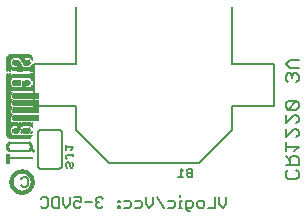
<source format=gbr>
G04 EAGLE Gerber RS-274X export*
G75*
%MOMM*%
%FSLAX34Y34*%
%LPD*%
%INSilkscreen Bottom*%
%IPPOS*%
%AMOC8*
5,1,8,0,0,1.08239X$1,22.5*%
G01*
%ADD10C,0.177800*%
%ADD11C,0.127000*%
%ADD12C,0.203200*%
%ADD13C,0.152400*%
%ADD14C,0.304800*%
%ADD15R,0.022863X0.462278*%
%ADD16R,0.022863X0.462281*%
%ADD17R,0.022863X0.436881*%
%ADD18R,0.023113X0.462278*%
%ADD19R,0.023113X0.462281*%
%ADD20R,0.023113X0.436881*%
%ADD21R,0.023116X0.462278*%
%ADD22R,0.023116X0.462281*%
%ADD23R,0.023116X0.436881*%
%ADD24R,0.023113X0.022863*%
%ADD25R,0.023116X0.091441*%
%ADD26R,0.023113X0.139700*%
%ADD27R,0.023116X0.185419*%
%ADD28R,0.023113X0.254000*%
%ADD29R,0.023113X0.299719*%
%ADD30R,0.023116X0.345438*%
%ADD31R,0.023113X0.391159*%
%ADD32R,0.023116X0.393700*%
%ADD33R,0.022863X0.325119*%
%ADD34R,0.022863X0.599438*%
%ADD35R,0.022863X0.622300*%
%ADD36R,0.022863X0.530859*%
%ADD37R,0.022863X0.439422*%
%ADD38R,0.022863X0.231138*%
%ADD39R,0.022863X0.071119*%
%ADD40R,0.022863X0.533400*%
%ADD41R,0.022863X0.208281*%
%ADD42R,0.023113X0.345441*%
%ADD43R,0.023113X0.576578*%
%ADD44R,0.023113X0.599438*%
%ADD45R,0.023113X0.508000*%
%ADD46R,0.023113X0.416563*%
%ADD47R,0.023113X0.208278*%
%ADD48R,0.023113X0.553722*%
%ADD49R,0.023113X0.208281*%
%ADD50R,0.023116X0.345441*%
%ADD51R,0.023116X0.530859*%
%ADD52R,0.023116X0.370841*%
%ADD53R,0.023116X0.162559*%
%ADD54R,0.023116X0.576581*%
%ADD55R,0.023116X0.208281*%
%ADD56R,0.023113X0.322578*%
%ADD57R,0.023113X0.485137*%
%ADD58R,0.023113X0.416559*%
%ADD59R,0.023113X0.347981*%
%ADD60R,0.023113X0.116838*%
%ADD61R,0.023113X0.647700*%
%ADD62R,0.023116X0.322581*%
%ADD63R,0.023116X0.485137*%
%ADD64R,0.023116X0.093978*%
%ADD65R,0.023116X0.231141*%
%ADD66R,0.023116X0.693419*%
%ADD67R,0.023113X0.322581*%
%ADD68R,0.023113X0.439419*%
%ADD69R,0.023113X0.370841*%
%ADD70R,0.023113X0.299722*%
%ADD71R,0.023113X0.045719*%
%ADD72R,0.023113X0.739138*%
%ADD73R,0.023113X0.414019*%
%ADD74R,0.023113X0.347978*%
%ADD75R,0.023113X0.762000*%
%ADD76R,0.023116X0.414019*%
%ADD77R,0.023116X0.182881*%
%ADD78R,0.023116X0.347978*%
%ADD79R,0.023116X0.276863*%
%ADD80R,0.023116X0.116841*%
%ADD81R,0.023116X0.276859*%
%ADD82R,0.023116X0.784863*%
%ADD83R,0.023113X0.325119*%
%ADD84R,0.023113X0.276863*%
%ADD85R,0.023113X0.276859*%
%ADD86R,0.023116X0.325119*%
%ADD87R,0.023116X0.391159*%
%ADD88R,0.023116X0.302259*%
%ADD89R,0.023116X0.254000*%
%ADD90R,0.023113X0.302259*%
%ADD91R,0.023113X0.393700*%
%ADD92R,0.023113X0.231141*%
%ADD93R,0.022863X0.302259*%
%ADD94R,0.022863X0.439419*%
%ADD95R,0.022863X0.368300*%
%ADD96R,0.022863X0.391159*%
%ADD97R,0.022863X0.416559*%
%ADD98R,0.022863X0.276863*%
%ADD99R,0.022863X0.205741*%
%ADD100R,0.023113X0.368300*%
%ADD101R,0.023113X0.205741*%
%ADD102R,0.023116X0.368300*%
%ADD103R,0.023116X0.205741*%
%ADD104R,0.023113X0.182881*%
%ADD105R,0.022863X0.276859*%
%ADD106R,0.022863X0.182881*%
%ADD107R,0.023113X0.924559*%
%ADD108R,0.023116X0.924559*%
%ADD109R,0.023113X0.901700*%
%ADD110R,0.023116X0.901700*%
%ADD111R,0.023113X0.878841*%
%ADD112R,0.023116X0.855981*%
%ADD113R,0.023113X0.833119*%
%ADD114R,0.022863X0.787400*%
%ADD115R,0.022863X0.414019*%
%ADD116R,0.022863X0.924559*%
%ADD117R,0.023113X0.739141*%
%ADD118R,0.023116X0.716281*%
%ADD119R,0.023116X0.299722*%
%ADD120R,0.023113X0.670559*%
%ADD121R,0.023116X0.647700*%
%ADD122R,0.023116X0.508000*%
%ADD123R,0.023116X0.299719*%
%ADD124R,0.023113X0.601981*%
%ADD125R,0.023113X0.530859*%
%ADD126R,0.023113X0.231138*%
%ADD127R,0.023113X0.556259*%
%ADD128R,0.023113X0.185419*%
%ADD129R,0.023116X0.533400*%
%ADD130R,0.023116X0.599438*%
%ADD131R,0.023116X0.416563*%
%ADD132R,0.023116X0.116838*%
%ADD133R,0.023113X0.485141*%
%ADD134R,0.023113X0.645159*%
%ADD135R,0.023113X0.716278*%
%ADD136R,0.022863X0.393700*%
%ADD137R,0.022863X0.762000*%
%ADD138R,0.022863X0.624841*%
%ADD139R,0.023113X0.784859*%
%ADD140R,0.023113X0.693422*%
%ADD141R,0.023116X0.830578*%
%ADD142R,0.023116X0.739141*%
%ADD143R,0.023113X0.876300*%
%ADD144R,0.023113X0.807722*%
%ADD145R,0.023116X0.899159*%
%ADD146R,0.023116X0.878841*%
%ADD147R,0.023113X0.922019*%
%ADD148R,0.023113X0.947419*%
%ADD149R,0.023116X0.970278*%
%ADD150R,0.023113X0.970278*%
%ADD151R,0.023116X0.439419*%
%ADD152R,0.022863X0.299722*%
%ADD153R,0.023116X0.416559*%
%ADD154R,0.023116X0.347981*%
%ADD155R,0.023113X0.137159*%
%ADD156R,0.023113X0.093978*%
%ADD157R,0.023113X0.091441*%
%ADD158R,0.023113X0.093981*%
%ADD159R,0.023113X0.114300*%
%ADD160R,0.023116X0.045719*%
%ADD161R,0.023116X0.045722*%
%ADD162R,0.023113X0.071119*%
%ADD163R,0.023113X0.116841*%
%ADD164R,0.023116X0.139700*%
%ADD165R,0.022863X0.322581*%
%ADD166R,0.022863X0.345441*%
%ADD167R,0.022863X0.162559*%
%ADD168R,0.022863X0.576581*%
%ADD169R,0.023113X0.668019*%
%ADD170R,0.023113X0.533400*%
%ADD171R,0.023116X1.455419*%
%ADD172R,0.023116X5.519419*%
%ADD173R,0.023113X1.455419*%
%ADD174R,0.023113X5.519419*%
%ADD175R,0.023116X5.494019*%
%ADD176R,0.023113X1.430019*%
%ADD177R,0.023113X5.494019*%
%ADD178R,0.023116X1.430019*%
%ADD179R,0.023116X5.471159*%
%ADD180R,0.023116X0.762000*%
%ADD181R,0.023113X1.407159*%
%ADD182R,0.023113X5.471159*%
%ADD183R,0.022863X1.384300*%
%ADD184R,0.022863X5.448300*%
%ADD185R,0.022863X0.716278*%
%ADD186R,0.022863X0.878841*%
%ADD187R,0.023113X1.361438*%
%ADD188R,0.023113X5.425438*%
%ADD189R,0.023116X1.338578*%
%ADD190R,0.023116X5.402578*%
%ADD191R,0.023116X0.624841*%
%ADD192R,0.023113X1.292859*%
%ADD193R,0.023113X5.356859*%
%ADD194R,0.023116X1.224278*%
%ADD195R,0.023116X5.288278*%


D10*
X247488Y35564D02*
X249310Y33742D01*
X249310Y30098D01*
X247488Y28276D01*
X240201Y28276D01*
X238379Y30098D01*
X238379Y33742D01*
X240201Y35564D01*
X238379Y39970D02*
X249310Y39970D01*
X249310Y45436D01*
X247488Y47258D01*
X243845Y47258D01*
X242023Y45436D01*
X242023Y39970D01*
X242023Y43614D02*
X238379Y47258D01*
X245667Y51664D02*
X249310Y55308D01*
X238379Y55308D01*
X238379Y51664D02*
X238379Y58952D01*
X238379Y63358D02*
X238379Y70645D01*
X238379Y63358D02*
X245667Y70645D01*
X247488Y70645D01*
X249310Y68824D01*
X249310Y65180D01*
X247488Y63358D01*
X238379Y75052D02*
X238379Y82339D01*
X238379Y75052D02*
X245667Y82339D01*
X247488Y82339D01*
X249310Y80518D01*
X249310Y76874D01*
X247488Y75052D01*
X247488Y86746D02*
X240201Y86746D01*
X247488Y86746D02*
X249310Y88568D01*
X249310Y92212D01*
X247488Y94033D01*
X240201Y94033D01*
X238379Y92212D01*
X238379Y88568D01*
X240201Y86746D01*
X247488Y94033D01*
X247488Y110134D02*
X249310Y111956D01*
X249310Y115599D01*
X247488Y117421D01*
X245667Y117421D01*
X243845Y115599D01*
X243845Y113778D01*
X243845Y115599D02*
X242023Y117421D01*
X240201Y117421D01*
X238379Y115599D01*
X238379Y111956D01*
X240201Y110134D01*
X242023Y121828D02*
X249310Y121828D01*
X242023Y121828D02*
X238379Y125472D01*
X242023Y129115D01*
X249310Y129115D01*
D11*
X188249Y12708D02*
X188249Y6776D01*
X185283Y3810D01*
X182317Y6776D01*
X182317Y12708D01*
X178894Y12708D02*
X178894Y3810D01*
X172962Y3810D01*
X168055Y3810D02*
X165090Y3810D01*
X163607Y5293D01*
X163607Y8259D01*
X165090Y9742D01*
X168055Y9742D01*
X169538Y8259D01*
X169538Y5293D01*
X168055Y3810D01*
X157217Y844D02*
X155734Y844D01*
X154251Y2327D01*
X154251Y9742D01*
X158700Y9742D01*
X160183Y8259D01*
X160183Y5293D01*
X158700Y3810D01*
X154251Y3810D01*
X150828Y9742D02*
X149345Y9742D01*
X149345Y3810D01*
X150828Y3810D02*
X147862Y3810D01*
X149345Y12708D02*
X149345Y14191D01*
X143108Y9742D02*
X138660Y9742D01*
X143108Y9742D02*
X144591Y8259D01*
X144591Y5293D01*
X143108Y3810D01*
X138660Y3810D01*
X135236Y3810D02*
X129304Y12708D01*
X125881Y12708D02*
X125881Y6776D01*
X122915Y3810D01*
X119949Y6776D01*
X119949Y12708D01*
X115043Y9742D02*
X110594Y9742D01*
X115043Y9742D02*
X116526Y8259D01*
X116526Y5293D01*
X115043Y3810D01*
X110594Y3810D01*
X105688Y9742D02*
X101239Y9742D01*
X105688Y9742D02*
X107170Y8259D01*
X107170Y5293D01*
X105688Y3810D01*
X101239Y3810D01*
X97815Y9742D02*
X96332Y9742D01*
X96332Y8259D01*
X97815Y8259D01*
X97815Y9742D01*
X97815Y5293D02*
X96332Y5293D01*
X96332Y3810D01*
X97815Y3810D01*
X97815Y5293D01*
X83783Y11225D02*
X82300Y12708D01*
X79334Y12708D01*
X77851Y11225D01*
X77851Y9742D01*
X79334Y8259D01*
X80817Y8259D01*
X79334Y8259D02*
X77851Y6776D01*
X77851Y5293D01*
X79334Y3810D01*
X82300Y3810D01*
X83783Y5293D01*
X74427Y8259D02*
X68496Y8259D01*
X65072Y12708D02*
X59140Y12708D01*
X65072Y12708D02*
X65072Y8259D01*
X62106Y9742D01*
X60623Y9742D01*
X59140Y8259D01*
X59140Y5293D01*
X60623Y3810D01*
X63589Y3810D01*
X65072Y5293D01*
X55717Y6776D02*
X55717Y12708D01*
X55717Y6776D02*
X52751Y3810D01*
X49785Y6776D01*
X49785Y12708D01*
X46362Y12708D02*
X46362Y3810D01*
X41913Y3810D01*
X40430Y5293D01*
X40430Y11225D01*
X41913Y12708D01*
X46362Y12708D01*
X32558Y12708D02*
X31075Y11225D01*
X32558Y12708D02*
X35524Y12708D01*
X37007Y11225D01*
X37007Y5293D01*
X35524Y3810D01*
X32558Y3810D01*
X31075Y5293D01*
D12*
X193040Y90170D02*
X228600Y90170D01*
X193040Y90170D02*
X193040Y69850D01*
X165100Y41910D01*
X88900Y41910D01*
X60960Y69850D01*
X60960Y90170D01*
X25400Y90170D01*
X25400Y125730D01*
X60960Y125730D01*
X60960Y173990D01*
X193040Y173990D02*
X193040Y125730D01*
X228600Y125730D01*
X228600Y90170D01*
D13*
X159258Y36722D02*
X159258Y30112D01*
X159258Y36722D02*
X155953Y36722D01*
X154852Y35620D01*
X154852Y34518D01*
X155953Y33417D01*
X154852Y32315D01*
X154852Y31214D01*
X155953Y30112D01*
X159258Y30112D01*
X159258Y33417D02*
X155953Y33417D01*
X151774Y34518D02*
X149571Y36722D01*
X149571Y30112D01*
X151774Y30112D02*
X147367Y30112D01*
D14*
X6260Y25400D02*
X6263Y25620D01*
X6271Y25841D01*
X6284Y26061D01*
X6303Y26280D01*
X6328Y26499D01*
X6357Y26718D01*
X6392Y26935D01*
X6433Y27152D01*
X6478Y27368D01*
X6529Y27582D01*
X6585Y27795D01*
X6647Y28007D01*
X6713Y28217D01*
X6785Y28425D01*
X6862Y28632D01*
X6944Y28836D01*
X7030Y29039D01*
X7122Y29239D01*
X7219Y29438D01*
X7320Y29633D01*
X7427Y29826D01*
X7538Y30017D01*
X7653Y30204D01*
X7773Y30389D01*
X7898Y30571D01*
X8027Y30749D01*
X8161Y30925D01*
X8298Y31097D01*
X8440Y31265D01*
X8586Y31431D01*
X8736Y31592D01*
X8890Y31750D01*
X9048Y31904D01*
X9209Y32054D01*
X9375Y32200D01*
X9543Y32342D01*
X9715Y32479D01*
X9891Y32613D01*
X10069Y32742D01*
X10251Y32867D01*
X10436Y32987D01*
X10623Y33102D01*
X10814Y33213D01*
X11007Y33320D01*
X11202Y33421D01*
X11401Y33518D01*
X11601Y33610D01*
X11804Y33696D01*
X12008Y33778D01*
X12215Y33855D01*
X12423Y33927D01*
X12633Y33993D01*
X12845Y34055D01*
X13058Y34111D01*
X13272Y34162D01*
X13488Y34207D01*
X13705Y34248D01*
X13922Y34283D01*
X14141Y34312D01*
X14360Y34337D01*
X14579Y34356D01*
X14799Y34369D01*
X15020Y34377D01*
X15240Y34380D01*
X15460Y34377D01*
X15681Y34369D01*
X15901Y34356D01*
X16120Y34337D01*
X16339Y34312D01*
X16558Y34283D01*
X16775Y34248D01*
X16992Y34207D01*
X17208Y34162D01*
X17422Y34111D01*
X17635Y34055D01*
X17847Y33993D01*
X18057Y33927D01*
X18265Y33855D01*
X18472Y33778D01*
X18676Y33696D01*
X18879Y33610D01*
X19079Y33518D01*
X19278Y33421D01*
X19473Y33320D01*
X19666Y33213D01*
X19857Y33102D01*
X20044Y32987D01*
X20229Y32867D01*
X20411Y32742D01*
X20589Y32613D01*
X20765Y32479D01*
X20937Y32342D01*
X21105Y32200D01*
X21271Y32054D01*
X21432Y31904D01*
X21590Y31750D01*
X21744Y31592D01*
X21894Y31431D01*
X22040Y31265D01*
X22182Y31097D01*
X22319Y30925D01*
X22453Y30749D01*
X22582Y30571D01*
X22707Y30389D01*
X22827Y30204D01*
X22942Y30017D01*
X23053Y29826D01*
X23160Y29633D01*
X23261Y29438D01*
X23358Y29239D01*
X23450Y29039D01*
X23536Y28836D01*
X23618Y28632D01*
X23695Y28425D01*
X23767Y28217D01*
X23833Y28007D01*
X23895Y27795D01*
X23951Y27582D01*
X24002Y27368D01*
X24047Y27152D01*
X24088Y26935D01*
X24123Y26718D01*
X24152Y26499D01*
X24177Y26280D01*
X24196Y26061D01*
X24209Y25841D01*
X24217Y25620D01*
X24220Y25400D01*
X24217Y25180D01*
X24209Y24959D01*
X24196Y24739D01*
X24177Y24520D01*
X24152Y24301D01*
X24123Y24082D01*
X24088Y23865D01*
X24047Y23648D01*
X24002Y23432D01*
X23951Y23218D01*
X23895Y23005D01*
X23833Y22793D01*
X23767Y22583D01*
X23695Y22375D01*
X23618Y22168D01*
X23536Y21964D01*
X23450Y21761D01*
X23358Y21561D01*
X23261Y21362D01*
X23160Y21167D01*
X23053Y20974D01*
X22942Y20783D01*
X22827Y20596D01*
X22707Y20411D01*
X22582Y20229D01*
X22453Y20051D01*
X22319Y19875D01*
X22182Y19703D01*
X22040Y19535D01*
X21894Y19369D01*
X21744Y19208D01*
X21590Y19050D01*
X21432Y18896D01*
X21271Y18746D01*
X21105Y18600D01*
X20937Y18458D01*
X20765Y18321D01*
X20589Y18187D01*
X20411Y18058D01*
X20229Y17933D01*
X20044Y17813D01*
X19857Y17698D01*
X19666Y17587D01*
X19473Y17480D01*
X19278Y17379D01*
X19079Y17282D01*
X18879Y17190D01*
X18676Y17104D01*
X18472Y17022D01*
X18265Y16945D01*
X18057Y16873D01*
X17847Y16807D01*
X17635Y16745D01*
X17422Y16689D01*
X17208Y16638D01*
X16992Y16593D01*
X16775Y16552D01*
X16558Y16517D01*
X16339Y16488D01*
X16120Y16463D01*
X15901Y16444D01*
X15681Y16431D01*
X15460Y16423D01*
X15240Y16420D01*
X15020Y16423D01*
X14799Y16431D01*
X14579Y16444D01*
X14360Y16463D01*
X14141Y16488D01*
X13922Y16517D01*
X13705Y16552D01*
X13488Y16593D01*
X13272Y16638D01*
X13058Y16689D01*
X12845Y16745D01*
X12633Y16807D01*
X12423Y16873D01*
X12215Y16945D01*
X12008Y17022D01*
X11804Y17104D01*
X11601Y17190D01*
X11401Y17282D01*
X11202Y17379D01*
X11007Y17480D01*
X10814Y17587D01*
X10623Y17698D01*
X10436Y17813D01*
X10251Y17933D01*
X10069Y18058D01*
X9891Y18187D01*
X9715Y18321D01*
X9543Y18458D01*
X9375Y18600D01*
X9209Y18746D01*
X9048Y18896D01*
X8890Y19050D01*
X8736Y19208D01*
X8586Y19369D01*
X8440Y19535D01*
X8298Y19703D01*
X8161Y19875D01*
X8027Y20051D01*
X7898Y20229D01*
X7773Y20411D01*
X7653Y20596D01*
X7538Y20783D01*
X7427Y20974D01*
X7320Y21167D01*
X7219Y21362D01*
X7122Y21561D01*
X7030Y21761D01*
X6944Y21964D01*
X6862Y22168D01*
X6785Y22375D01*
X6713Y22583D01*
X6647Y22793D01*
X6585Y23005D01*
X6529Y23218D01*
X6478Y23432D01*
X6433Y23648D01*
X6392Y23865D01*
X6357Y24082D01*
X6328Y24301D01*
X6303Y24520D01*
X6284Y24739D01*
X6271Y24959D01*
X6263Y25180D01*
X6260Y25400D01*
D12*
X14600Y28115D02*
X15956Y29471D01*
X18667Y29471D01*
X20023Y28115D01*
X20023Y22692D01*
X18667Y21336D01*
X15956Y21336D01*
X14600Y22692D01*
D15*
X29210Y98603D03*
D16*
X29210Y92354D03*
X29210Y86131D03*
D17*
X29210Y79781D03*
D18*
X28980Y98603D03*
D19*
X28980Y92354D03*
X28980Y86131D03*
D20*
X28980Y79781D03*
D21*
X28749Y98603D03*
D22*
X28749Y92354D03*
X28749Y86131D03*
D23*
X28749Y79781D03*
D18*
X28518Y98603D03*
D19*
X28518Y92354D03*
X28518Y86131D03*
D20*
X28518Y79781D03*
D21*
X28287Y98603D03*
D22*
X28287Y92354D03*
X28287Y86131D03*
D23*
X28287Y79781D03*
D18*
X28056Y98603D03*
D19*
X28056Y92354D03*
X28056Y86131D03*
D20*
X28056Y79781D03*
D18*
X27824Y98603D03*
D19*
X27824Y92354D03*
X27824Y86131D03*
D20*
X27824Y79781D03*
D21*
X27593Y98603D03*
D22*
X27593Y92354D03*
X27593Y86131D03*
D23*
X27593Y79781D03*
D18*
X27362Y98603D03*
D19*
X27362Y92354D03*
X27362Y86131D03*
D20*
X27362Y79781D03*
D21*
X27131Y98603D03*
D22*
X27131Y92354D03*
X27131Y86131D03*
D23*
X27131Y79781D03*
D18*
X26900Y98603D03*
D19*
X26900Y92354D03*
X26900Y86131D03*
D20*
X26900Y79781D03*
D15*
X26670Y98603D03*
D16*
X26670Y92354D03*
X26670Y86131D03*
D17*
X26670Y79781D03*
D18*
X26440Y98603D03*
D19*
X26440Y92354D03*
X26440Y86131D03*
D20*
X26440Y79781D03*
D24*
X26440Y51372D03*
D21*
X26209Y98603D03*
D22*
X26209Y92354D03*
X26209Y86131D03*
D23*
X26209Y79781D03*
D25*
X26209Y51486D03*
D18*
X25978Y98603D03*
D19*
X25978Y92354D03*
X25978Y86131D03*
D20*
X25978Y79781D03*
D26*
X25978Y51727D03*
D21*
X25747Y98603D03*
D22*
X25747Y92354D03*
X25747Y86131D03*
D23*
X25747Y79781D03*
D27*
X25747Y51727D03*
D18*
X25516Y98603D03*
D19*
X25516Y92354D03*
X25516Y86131D03*
D20*
X25516Y79781D03*
D28*
X25516Y51841D03*
D18*
X25284Y98603D03*
D19*
X25284Y92354D03*
X25284Y86131D03*
D20*
X25284Y79781D03*
D29*
X25284Y52070D03*
D21*
X25053Y98603D03*
D22*
X25053Y92354D03*
X25053Y86131D03*
D23*
X25053Y79781D03*
D30*
X25053Y52070D03*
D31*
X24822Y52299D03*
D32*
X24591Y52769D03*
D18*
X24360Y53797D03*
D33*
X24130Y129769D03*
D34*
X24130Y121920D03*
D35*
X24130Y114186D03*
D36*
X24130Y105169D03*
D15*
X24130Y98603D03*
D16*
X24130Y92354D03*
X24130Y86131D03*
D17*
X24130Y79781D03*
D37*
X24130Y73546D03*
D38*
X24130Y67882D03*
D39*
X24130Y64770D03*
D40*
X24130Y54610D03*
D41*
X24130Y45364D03*
D42*
X23900Y130124D03*
D43*
X23900Y121806D03*
D44*
X23900Y114300D03*
D45*
X23900Y105054D03*
D18*
X23900Y98603D03*
D19*
X23900Y92354D03*
X23900Y86131D03*
D20*
X23900Y79781D03*
D46*
X23900Y73660D03*
D47*
X23900Y67767D03*
D26*
X23900Y64427D03*
D48*
X23900Y55194D03*
D49*
X23900Y45364D03*
D50*
X23669Y130581D03*
D51*
X23669Y121577D03*
X23669Y114643D03*
D21*
X23669Y104826D03*
X23669Y98603D03*
D22*
X23669Y92354D03*
X23669Y86131D03*
D23*
X23669Y79781D03*
D52*
X23669Y73889D03*
D53*
X23669Y67539D03*
D27*
X23669Y64199D03*
D54*
X23669Y55309D03*
D55*
X23669Y45364D03*
D56*
X23438Y130924D03*
D57*
X23438Y121349D03*
D45*
X23438Y114757D03*
D58*
X23438Y104597D03*
D18*
X23438Y98603D03*
D19*
X23438Y92354D03*
X23438Y86131D03*
D20*
X23438Y79781D03*
D59*
X23438Y74003D03*
D60*
X23438Y67310D03*
D47*
X23438Y64084D03*
D61*
X23438Y55182D03*
D49*
X23438Y45364D03*
D62*
X23207Y131153D03*
D21*
X23207Y121234D03*
D63*
X23207Y114872D03*
D32*
X23207Y104483D03*
D21*
X23207Y98603D03*
D22*
X23207Y92354D03*
X23207Y86131D03*
D23*
X23207Y79781D03*
D62*
X23207Y74130D03*
D64*
X23207Y67196D03*
D65*
X23207Y63970D03*
D66*
X23207Y55182D03*
D55*
X23207Y45364D03*
D67*
X22976Y131382D03*
D68*
X22976Y121120D03*
D18*
X22976Y114986D03*
D69*
X22976Y104369D03*
D18*
X22976Y98603D03*
D19*
X22976Y92354D03*
X22976Y86131D03*
D20*
X22976Y79781D03*
D70*
X22976Y74244D03*
D71*
X22976Y66954D03*
D28*
X22976Y63856D03*
D72*
X22976Y55182D03*
D49*
X22976Y45364D03*
D67*
X22744Y131610D03*
D73*
X22744Y120993D03*
D68*
X22744Y115100D03*
D74*
X22744Y104254D03*
D18*
X22744Y98603D03*
D19*
X22744Y92354D03*
X22744Y86131D03*
D20*
X22744Y79781D03*
D70*
X22744Y74244D03*
D28*
X22744Y63856D03*
D75*
X22744Y55296D03*
D49*
X22744Y45364D03*
D62*
X22513Y131610D03*
D65*
X22513Y126530D03*
D76*
X22513Y120993D03*
X22513Y115227D03*
D77*
X22513Y109449D03*
D78*
X22513Y104254D03*
D21*
X22513Y98603D03*
D22*
X22513Y92354D03*
X22513Y86131D03*
D23*
X22513Y79781D03*
D79*
X22513Y74359D03*
D80*
X22513Y69621D03*
D81*
X22513Y63741D03*
D82*
X22513Y55182D03*
D55*
X22513Y45364D03*
D83*
X22282Y131851D03*
D67*
X22282Y126530D03*
D31*
X22282Y120879D03*
D73*
X22282Y115227D03*
D83*
X22282Y109449D03*
X22282Y104140D03*
D18*
X22282Y98603D03*
D19*
X22282Y92354D03*
X22282Y86131D03*
D20*
X22282Y79781D03*
D84*
X22282Y74359D03*
D85*
X22282Y69507D03*
X22282Y63741D03*
D84*
X22282Y57722D03*
D85*
X22282Y52413D03*
D49*
X22282Y45364D03*
D86*
X22051Y131851D03*
D52*
X22051Y126543D03*
D87*
X22051Y120879D03*
D76*
X22051Y115227D03*
D52*
X22051Y109449D03*
D86*
X22051Y104140D03*
D21*
X22051Y98603D03*
D22*
X22051Y92354D03*
X22051Y86131D03*
D23*
X22051Y79781D03*
D79*
X22051Y74359D03*
D50*
X22051Y69393D03*
D88*
X22051Y63614D03*
D89*
X22051Y58064D03*
D65*
X22051Y52184D03*
D55*
X22051Y45364D03*
D83*
X21820Y131851D03*
D58*
X21820Y126543D03*
D31*
X21820Y120879D03*
X21820Y115341D03*
D58*
X21820Y109449D03*
D90*
X21820Y104026D03*
D18*
X21820Y98603D03*
D19*
X21820Y92354D03*
X21820Y86131D03*
D20*
X21820Y79781D03*
D84*
X21820Y74359D03*
D91*
X21820Y69152D03*
D90*
X21820Y63614D03*
D92*
X21820Y58179D03*
D49*
X21820Y52070D03*
X21820Y45364D03*
D93*
X21590Y131966D03*
D94*
X21590Y126657D03*
D95*
X21590Y120764D03*
D96*
X21590Y115341D03*
D97*
X21590Y109449D03*
D93*
X21590Y104026D03*
D15*
X21590Y98603D03*
D16*
X21590Y92354D03*
X21590Y86131D03*
D17*
X21590Y79781D03*
D98*
X21590Y74359D03*
D94*
X21590Y69152D03*
D93*
X21590Y63614D03*
D99*
X21590Y58306D03*
D41*
X21590Y52070D03*
X21590Y45364D03*
D90*
X21360Y131966D03*
D18*
X21360Y126543D03*
D100*
X21360Y120764D03*
D31*
X21360Y115341D03*
D19*
X21360Y109449D03*
D90*
X21360Y104026D03*
D18*
X21360Y98603D03*
D19*
X21360Y92354D03*
X21360Y86131D03*
D20*
X21360Y79781D03*
D84*
X21360Y74359D03*
D18*
X21360Y69037D03*
D90*
X21360Y63614D03*
D101*
X21360Y58306D03*
D49*
X21360Y51841D03*
X21360Y45364D03*
D88*
X21129Y131966D03*
D21*
X21129Y126543D03*
D102*
X21129Y120764D03*
D87*
X21129Y115341D03*
D22*
X21129Y109449D03*
D88*
X21129Y104026D03*
D21*
X21129Y98603D03*
D22*
X21129Y92354D03*
X21129Y86131D03*
D23*
X21129Y79781D03*
D79*
X21129Y74359D03*
D21*
X21129Y69037D03*
D88*
X21129Y63614D03*
D103*
X21129Y58306D03*
D55*
X21129Y51841D03*
X21129Y45364D03*
D90*
X20898Y131966D03*
D18*
X20898Y126543D03*
D100*
X20898Y120764D03*
X20898Y115456D03*
D19*
X20898Y109449D03*
D90*
X20898Y104026D03*
D18*
X20898Y98603D03*
D19*
X20898Y92354D03*
X20898Y86131D03*
D20*
X20898Y79781D03*
D84*
X20898Y74359D03*
D18*
X20898Y69037D03*
D90*
X20898Y63614D03*
D101*
X20898Y58306D03*
D49*
X20898Y51841D03*
X20898Y45364D03*
D88*
X20667Y131966D03*
D21*
X20667Y126543D03*
D102*
X20667Y120764D03*
X20667Y115456D03*
D22*
X20667Y109449D03*
D88*
X20667Y104026D03*
D21*
X20667Y98603D03*
D22*
X20667Y92354D03*
X20667Y86131D03*
D23*
X20667Y79781D03*
D79*
X20667Y74359D03*
D21*
X20667Y69037D03*
D88*
X20667Y63614D03*
D77*
X20667Y58420D03*
D55*
X20667Y51841D03*
X20667Y45364D03*
D90*
X20436Y131966D03*
D18*
X20436Y126543D03*
D100*
X20436Y120764D03*
X20436Y115456D03*
D19*
X20436Y109449D03*
D90*
X20436Y104026D03*
D18*
X20436Y98603D03*
D19*
X20436Y92354D03*
X20436Y86131D03*
D20*
X20436Y79781D03*
D84*
X20436Y74359D03*
D18*
X20436Y69037D03*
D90*
X20436Y63614D03*
D104*
X20436Y58420D03*
D49*
X20436Y51841D03*
X20436Y45364D03*
D90*
X20204Y131966D03*
D18*
X20204Y126543D03*
D100*
X20204Y120764D03*
X20204Y115456D03*
D19*
X20204Y109449D03*
D85*
X20204Y103899D03*
D18*
X20204Y98603D03*
D19*
X20204Y92354D03*
X20204Y86131D03*
D20*
X20204Y79781D03*
D84*
X20204Y74359D03*
D18*
X20204Y69037D03*
D90*
X20204Y63614D03*
D104*
X20204Y58420D03*
D49*
X20204Y51841D03*
X20204Y45364D03*
D88*
X19973Y131966D03*
D21*
X19973Y126543D03*
D102*
X19973Y120764D03*
X19973Y115456D03*
D22*
X19973Y109449D03*
D81*
X19973Y103899D03*
D21*
X19973Y98603D03*
D22*
X19973Y92354D03*
X19973Y86131D03*
D23*
X19973Y79781D03*
D79*
X19973Y74359D03*
D21*
X19973Y69037D03*
D88*
X19973Y63614D03*
D77*
X19973Y58420D03*
D55*
X19973Y51841D03*
X19973Y45364D03*
D90*
X19742Y131966D03*
D18*
X19742Y126543D03*
D100*
X19742Y120764D03*
X19742Y115456D03*
D19*
X19742Y109449D03*
D85*
X19742Y103899D03*
D18*
X19742Y98603D03*
D19*
X19742Y92354D03*
X19742Y86131D03*
D20*
X19742Y79781D03*
D84*
X19742Y74359D03*
D18*
X19742Y69037D03*
D90*
X19742Y63614D03*
D104*
X19742Y58420D03*
D49*
X19742Y51841D03*
X19742Y45364D03*
D88*
X19511Y131966D03*
D21*
X19511Y126543D03*
D102*
X19511Y120764D03*
X19511Y115456D03*
D22*
X19511Y109449D03*
D81*
X19511Y103899D03*
D21*
X19511Y98603D03*
D22*
X19511Y92354D03*
X19511Y86131D03*
D23*
X19511Y79781D03*
D79*
X19511Y74359D03*
D21*
X19511Y69037D03*
D88*
X19511Y63614D03*
D77*
X19511Y58420D03*
D55*
X19511Y51841D03*
X19511Y45364D03*
D90*
X19280Y131966D03*
D18*
X19280Y126543D03*
D100*
X19280Y120764D03*
X19280Y115456D03*
D19*
X19280Y109449D03*
D85*
X19280Y103899D03*
D18*
X19280Y98603D03*
D19*
X19280Y92354D03*
X19280Y86131D03*
D20*
X19280Y79781D03*
D84*
X19280Y74359D03*
D18*
X19280Y69037D03*
D90*
X19280Y63614D03*
D104*
X19280Y58420D03*
D49*
X19280Y51841D03*
X19280Y45364D03*
D93*
X19050Y131966D03*
D15*
X19050Y126543D03*
D95*
X19050Y120764D03*
X19050Y115456D03*
D16*
X19050Y109449D03*
D105*
X19050Y103899D03*
D15*
X19050Y98603D03*
D16*
X19050Y92354D03*
X19050Y86131D03*
D17*
X19050Y79781D03*
D98*
X19050Y74359D03*
D15*
X19050Y69037D03*
D93*
X19050Y63614D03*
D106*
X19050Y58420D03*
D41*
X19050Y51841D03*
X19050Y45364D03*
D90*
X18820Y131966D03*
D18*
X18820Y126543D03*
D100*
X18820Y120764D03*
X18820Y115456D03*
D19*
X18820Y109449D03*
D85*
X18820Y103899D03*
D18*
X18820Y98603D03*
D19*
X18820Y92354D03*
X18820Y86131D03*
D20*
X18820Y79781D03*
D84*
X18820Y74359D03*
D18*
X18820Y69037D03*
D90*
X18820Y63614D03*
D104*
X18820Y58420D03*
D49*
X18820Y51841D03*
X18820Y45364D03*
D88*
X18589Y131966D03*
D21*
X18589Y126543D03*
D102*
X18589Y120764D03*
X18589Y115456D03*
D22*
X18589Y109449D03*
D81*
X18589Y103899D03*
D21*
X18589Y98603D03*
D22*
X18589Y92354D03*
X18589Y86131D03*
D23*
X18589Y79781D03*
D79*
X18589Y74359D03*
D21*
X18589Y69037D03*
D88*
X18589Y63614D03*
D77*
X18589Y58420D03*
D55*
X18589Y51841D03*
X18589Y45364D03*
D90*
X18358Y131966D03*
D18*
X18358Y126543D03*
D100*
X18358Y120764D03*
X18358Y115456D03*
D107*
X18358Y107137D03*
D18*
X18358Y98603D03*
D19*
X18358Y92354D03*
X18358Y86131D03*
D20*
X18358Y79781D03*
D84*
X18358Y74359D03*
D18*
X18358Y69037D03*
D90*
X18358Y63614D03*
D104*
X18358Y58420D03*
D49*
X18358Y51841D03*
X18358Y45364D03*
D88*
X18127Y131966D03*
D21*
X18127Y126543D03*
D102*
X18127Y120764D03*
X18127Y115456D03*
D108*
X18127Y107137D03*
D21*
X18127Y98603D03*
D22*
X18127Y92354D03*
X18127Y86131D03*
D23*
X18127Y79781D03*
D79*
X18127Y74359D03*
D21*
X18127Y69037D03*
D88*
X18127Y63614D03*
D77*
X18127Y58420D03*
D55*
X18127Y51841D03*
X18127Y45364D03*
D90*
X17896Y131966D03*
D68*
X17896Y126657D03*
D100*
X17896Y120764D03*
X17896Y115456D03*
D107*
X17896Y107137D03*
D18*
X17896Y98603D03*
D19*
X17896Y92354D03*
X17896Y86131D03*
D20*
X17896Y79781D03*
D84*
X17896Y74359D03*
D18*
X17896Y69037D03*
D90*
X17896Y63614D03*
D104*
X17896Y58420D03*
D49*
X17896Y51841D03*
X17896Y45364D03*
D109*
X17664Y128969D03*
D100*
X17664Y120764D03*
X17664Y115456D03*
D107*
X17664Y107137D03*
D18*
X17664Y98603D03*
D19*
X17664Y92354D03*
X17664Y86131D03*
D20*
X17664Y79781D03*
D84*
X17664Y74359D03*
D18*
X17664Y69037D03*
D90*
X17664Y63614D03*
D104*
X17664Y58420D03*
D49*
X17664Y51841D03*
X17664Y45364D03*
D110*
X17433Y128969D03*
D102*
X17433Y120764D03*
X17433Y115456D03*
D108*
X17433Y107137D03*
D21*
X17433Y98603D03*
D22*
X17433Y92354D03*
X17433Y86131D03*
D23*
X17433Y79781D03*
D79*
X17433Y74359D03*
D21*
X17433Y69037D03*
D88*
X17433Y63614D03*
D77*
X17433Y58420D03*
D55*
X17433Y51841D03*
X17433Y45364D03*
D111*
X17202Y129083D03*
D31*
X17202Y120879D03*
D100*
X17202Y115456D03*
D107*
X17202Y107137D03*
D18*
X17202Y98603D03*
D19*
X17202Y92354D03*
X17202Y86131D03*
D20*
X17202Y79781D03*
D84*
X17202Y74359D03*
D18*
X17202Y69037D03*
D90*
X17202Y63614D03*
D104*
X17202Y58420D03*
D49*
X17202Y51841D03*
X17202Y45364D03*
D112*
X16971Y129197D03*
D87*
X16971Y120879D03*
D102*
X16971Y115456D03*
D108*
X16971Y107137D03*
D21*
X16971Y98603D03*
D22*
X16971Y92354D03*
X16971Y86131D03*
D23*
X16971Y79781D03*
D79*
X16971Y74359D03*
D21*
X16971Y69037D03*
D88*
X16971Y63614D03*
D77*
X16971Y58420D03*
D55*
X16971Y51841D03*
X16971Y45364D03*
D113*
X16740Y129311D03*
D73*
X16740Y120993D03*
D100*
X16740Y115456D03*
D107*
X16740Y107137D03*
D18*
X16740Y98603D03*
D19*
X16740Y92354D03*
X16740Y86131D03*
D20*
X16740Y79781D03*
D84*
X16740Y74359D03*
D68*
X16740Y68923D03*
D90*
X16740Y63614D03*
D104*
X16740Y58420D03*
D49*
X16740Y51841D03*
X16740Y45364D03*
D114*
X16510Y129540D03*
D115*
X16510Y120993D03*
D95*
X16510Y115456D03*
D116*
X16510Y107137D03*
D15*
X16510Y98603D03*
D16*
X16510Y92354D03*
X16510Y86131D03*
D17*
X16510Y79781D03*
D98*
X16510Y74359D03*
D94*
X16510Y68923D03*
D93*
X16510Y63614D03*
D106*
X16510Y58420D03*
D41*
X16510Y51841D03*
X16510Y45364D03*
D117*
X16280Y129781D03*
D68*
X16280Y121120D03*
D100*
X16280Y115456D03*
D107*
X16280Y107137D03*
D18*
X16280Y98603D03*
D19*
X16280Y92354D03*
X16280Y86131D03*
D20*
X16280Y79781D03*
D70*
X16280Y74244D03*
D58*
X16280Y68809D03*
D90*
X16280Y63614D03*
D104*
X16280Y58420D03*
D49*
X16280Y51841D03*
X16280Y45364D03*
D118*
X16049Y129896D03*
D21*
X16049Y121234D03*
D102*
X16049Y115456D03*
D108*
X16049Y107137D03*
D21*
X16049Y98603D03*
D22*
X16049Y92354D03*
X16049Y86131D03*
D23*
X16049Y79781D03*
D119*
X16049Y74244D03*
D32*
X16049Y68694D03*
D88*
X16049Y63614D03*
D77*
X16049Y58420D03*
D55*
X16049Y51841D03*
X16049Y45364D03*
D120*
X15818Y130124D03*
D57*
X15818Y121349D03*
D100*
X15818Y115456D03*
D107*
X15818Y107137D03*
D18*
X15818Y98603D03*
D19*
X15818Y92354D03*
X15818Y86131D03*
D20*
X15818Y79781D03*
D67*
X15818Y74130D03*
D74*
X15818Y68466D03*
D90*
X15818Y63614D03*
D104*
X15818Y58420D03*
D49*
X15818Y51841D03*
X15818Y45364D03*
D121*
X15587Y130239D03*
D122*
X15587Y121463D03*
D102*
X15587Y115456D03*
D81*
X15587Y103899D03*
D21*
X15587Y98603D03*
D22*
X15587Y92354D03*
X15587Y86131D03*
D23*
X15587Y79781D03*
D62*
X15587Y74130D03*
D123*
X15587Y68224D03*
D88*
X15587Y63614D03*
D77*
X15587Y58420D03*
D55*
X15587Y51841D03*
X15587Y45364D03*
D124*
X15356Y130467D03*
D125*
X15356Y121577D03*
D100*
X15356Y115456D03*
D85*
X15356Y103899D03*
D18*
X15356Y98603D03*
D19*
X15356Y92354D03*
X15356Y86131D03*
D20*
X15356Y79781D03*
D59*
X15356Y74003D03*
D126*
X15356Y67882D03*
D90*
X15356Y63614D03*
D104*
X15356Y58420D03*
D49*
X15356Y51841D03*
X15356Y45364D03*
D127*
X15124Y130696D03*
D43*
X15124Y121806D03*
D100*
X15124Y115456D03*
D85*
X15124Y103899D03*
D18*
X15124Y98603D03*
D19*
X15124Y92354D03*
X15124Y86131D03*
D20*
X15124Y79781D03*
D69*
X15124Y73889D03*
D128*
X15124Y67653D03*
D90*
X15124Y63614D03*
D104*
X15124Y58420D03*
D49*
X15124Y51841D03*
X15124Y45364D03*
D129*
X14893Y130810D03*
D130*
X14893Y121920D03*
D102*
X14893Y115456D03*
D81*
X14893Y103899D03*
D21*
X14893Y98603D03*
D22*
X14893Y92354D03*
X14893Y86131D03*
D23*
X14893Y79781D03*
D131*
X14893Y73660D03*
D132*
X14893Y67310D03*
D88*
X14893Y63614D03*
D77*
X14893Y58420D03*
D55*
X14893Y51841D03*
X14893Y45364D03*
D133*
X14662Y131051D03*
D134*
X14662Y122149D03*
D100*
X14662Y115456D03*
D85*
X14662Y103899D03*
D18*
X14662Y98603D03*
D19*
X14662Y92354D03*
X14662Y86131D03*
D20*
X14662Y79781D03*
D19*
X14662Y73431D03*
D71*
X14662Y66954D03*
D90*
X14662Y63614D03*
D104*
X14662Y58420D03*
D49*
X14662Y51841D03*
X14662Y45364D03*
D22*
X14431Y131166D03*
D66*
X14431Y122390D03*
D102*
X14431Y115456D03*
D81*
X14431Y103899D03*
D21*
X14431Y98603D03*
D22*
X14431Y92354D03*
X14431Y86131D03*
D23*
X14431Y79781D03*
D122*
X14431Y73203D03*
D88*
X14431Y63614D03*
D77*
X14431Y58420D03*
D55*
X14431Y51841D03*
X14431Y45364D03*
D58*
X14200Y131394D03*
D135*
X14200Y122504D03*
D100*
X14200Y115456D03*
D85*
X14200Y103899D03*
D18*
X14200Y98603D03*
D19*
X14200Y92354D03*
X14200Y86131D03*
D20*
X14200Y79781D03*
D48*
X14200Y72974D03*
D90*
X14200Y63614D03*
D104*
X14200Y58420D03*
D49*
X14200Y51841D03*
X14200Y45364D03*
D136*
X13970Y131509D03*
D137*
X13970Y122733D03*
D95*
X13970Y115456D03*
D16*
X13970Y109449D03*
D105*
X13970Y103899D03*
D15*
X13970Y98603D03*
D16*
X13970Y92354D03*
X13970Y86131D03*
D17*
X13970Y79781D03*
D138*
X13970Y72619D03*
D93*
X13970Y63614D03*
D106*
X13970Y58420D03*
D41*
X13970Y51841D03*
X13970Y45364D03*
D69*
X13740Y131623D03*
D139*
X13740Y122847D03*
D100*
X13740Y115456D03*
D19*
X13740Y109449D03*
D85*
X13740Y103899D03*
D18*
X13740Y98603D03*
D19*
X13740Y92354D03*
X13740Y86131D03*
D20*
X13740Y79781D03*
D140*
X13740Y72276D03*
D90*
X13740Y63614D03*
D104*
X13740Y58420D03*
D49*
X13740Y51841D03*
X13740Y45364D03*
D52*
X13509Y131623D03*
D141*
X13509Y123076D03*
D102*
X13509Y115456D03*
D22*
X13509Y109449D03*
D81*
X13509Y103899D03*
D21*
X13509Y98603D03*
D22*
X13509Y92354D03*
X13509Y86131D03*
D23*
X13509Y79781D03*
D142*
X13509Y72047D03*
D88*
X13509Y63614D03*
D77*
X13509Y58420D03*
D55*
X13509Y51841D03*
X13509Y45364D03*
D59*
X13278Y131737D03*
D143*
X13278Y123304D03*
D100*
X13278Y115456D03*
D19*
X13278Y109449D03*
D85*
X13278Y103899D03*
D18*
X13278Y98603D03*
D19*
X13278Y92354D03*
X13278Y86131D03*
D20*
X13278Y79781D03*
D144*
X13278Y71704D03*
D90*
X13278Y63614D03*
D104*
X13278Y58420D03*
D49*
X13278Y51841D03*
X13278Y45364D03*
D86*
X13047Y131851D03*
D145*
X13047Y123419D03*
D102*
X13047Y115456D03*
D22*
X13047Y109449D03*
D81*
X13047Y103899D03*
D21*
X13047Y98603D03*
D22*
X13047Y92354D03*
X13047Y86131D03*
D23*
X13047Y79781D03*
D146*
X13047Y71349D03*
D88*
X13047Y63614D03*
D77*
X13047Y58420D03*
D55*
X13047Y51841D03*
X13047Y45364D03*
D83*
X12816Y131851D03*
D147*
X12816Y123533D03*
D100*
X12816Y115456D03*
D19*
X12816Y109449D03*
D85*
X12816Y103899D03*
D18*
X12816Y98603D03*
D19*
X12816Y92354D03*
X12816Y86131D03*
D20*
X12816Y79781D03*
D109*
X12816Y71234D03*
D90*
X12816Y63614D03*
D104*
X12816Y58420D03*
D49*
X12816Y51841D03*
X12816Y45364D03*
D83*
X12584Y131851D03*
D148*
X12584Y123660D03*
D100*
X12584Y115456D03*
D19*
X12584Y109449D03*
D85*
X12584Y103899D03*
D18*
X12584Y98603D03*
D19*
X12584Y92354D03*
X12584Y86131D03*
D20*
X12584Y79781D03*
D109*
X12584Y71234D03*
D90*
X12584Y63614D03*
D104*
X12584Y58420D03*
D49*
X12584Y51841D03*
X12584Y45364D03*
D88*
X12353Y131966D03*
D149*
X12353Y123774D03*
D102*
X12353Y115456D03*
D22*
X12353Y109449D03*
D81*
X12353Y103899D03*
D21*
X12353Y98603D03*
D22*
X12353Y92354D03*
X12353Y86131D03*
D23*
X12353Y79781D03*
D110*
X12353Y71234D03*
D88*
X12353Y63614D03*
D77*
X12353Y58420D03*
D55*
X12353Y51841D03*
X12353Y45364D03*
D90*
X12122Y131966D03*
D150*
X12122Y123774D03*
D100*
X12122Y115456D03*
D19*
X12122Y109449D03*
D85*
X12122Y103899D03*
D18*
X12122Y98603D03*
D19*
X12122Y92354D03*
X12122Y86131D03*
D20*
X12122Y79781D03*
D109*
X12122Y71234D03*
D90*
X12122Y63614D03*
D104*
X12122Y58420D03*
D49*
X12122Y51841D03*
X12122Y45364D03*
D88*
X11891Y131966D03*
D21*
X11891Y126543D03*
D102*
X11891Y120764D03*
X11891Y115456D03*
D22*
X11891Y109449D03*
D81*
X11891Y103899D03*
D21*
X11891Y98603D03*
D22*
X11891Y92354D03*
X11891Y86131D03*
D23*
X11891Y79781D03*
D110*
X11891Y71234D03*
D88*
X11891Y63614D03*
D77*
X11891Y58420D03*
D55*
X11891Y51841D03*
X11891Y45364D03*
D90*
X11660Y131966D03*
D18*
X11660Y126543D03*
D100*
X11660Y120764D03*
X11660Y115456D03*
D19*
X11660Y109449D03*
D85*
X11660Y103899D03*
D18*
X11660Y98603D03*
D19*
X11660Y92354D03*
X11660Y86131D03*
D20*
X11660Y79781D03*
D84*
X11660Y74359D03*
D68*
X11660Y68923D03*
D90*
X11660Y63614D03*
D104*
X11660Y58420D03*
D49*
X11660Y51841D03*
X11660Y45364D03*
D93*
X11430Y131966D03*
D15*
X11430Y126543D03*
D95*
X11430Y120764D03*
X11430Y115456D03*
D16*
X11430Y109449D03*
D105*
X11430Y103899D03*
D15*
X11430Y98603D03*
D16*
X11430Y92354D03*
X11430Y86131D03*
D17*
X11430Y79781D03*
D98*
X11430Y74359D03*
D94*
X11430Y68923D03*
D93*
X11430Y63614D03*
D106*
X11430Y58420D03*
D41*
X11430Y51841D03*
X11430Y45364D03*
D90*
X11200Y131966D03*
D18*
X11200Y126543D03*
D100*
X11200Y120764D03*
X11200Y115456D03*
D19*
X11200Y109449D03*
D85*
X11200Y103899D03*
D18*
X11200Y98603D03*
D19*
X11200Y92354D03*
X11200Y86131D03*
D20*
X11200Y79781D03*
D84*
X11200Y74359D03*
D68*
X11200Y68923D03*
D90*
X11200Y63614D03*
D104*
X11200Y58420D03*
D49*
X11200Y51841D03*
X11200Y45364D03*
D88*
X10969Y131966D03*
D21*
X10969Y126543D03*
D102*
X10969Y120764D03*
X10969Y115456D03*
D22*
X10969Y109449D03*
D81*
X10969Y103899D03*
D21*
X10969Y98603D03*
D22*
X10969Y92354D03*
X10969Y86131D03*
D23*
X10969Y79781D03*
D79*
X10969Y74359D03*
D151*
X10969Y68923D03*
D88*
X10969Y63614D03*
D77*
X10969Y58420D03*
D55*
X10969Y51841D03*
X10969Y45364D03*
D90*
X10738Y131966D03*
D18*
X10738Y126543D03*
D100*
X10738Y120764D03*
X10738Y115456D03*
D19*
X10738Y109449D03*
D85*
X10738Y103899D03*
D18*
X10738Y98603D03*
D19*
X10738Y92354D03*
X10738Y86131D03*
D20*
X10738Y79781D03*
D84*
X10738Y74359D03*
D68*
X10738Y68923D03*
D90*
X10738Y63614D03*
D104*
X10738Y58420D03*
D49*
X10738Y51841D03*
X10738Y45364D03*
D88*
X10507Y131966D03*
D21*
X10507Y126543D03*
D102*
X10507Y120764D03*
X10507Y115456D03*
D22*
X10507Y109449D03*
D81*
X10507Y103899D03*
D21*
X10507Y98603D03*
D22*
X10507Y92354D03*
X10507Y86131D03*
D23*
X10507Y79781D03*
D79*
X10507Y74359D03*
D151*
X10507Y68923D03*
D88*
X10507Y63614D03*
D77*
X10507Y58420D03*
D55*
X10507Y51841D03*
X10507Y45364D03*
D90*
X10276Y131966D03*
D18*
X10276Y126543D03*
D100*
X10276Y120764D03*
X10276Y115456D03*
D19*
X10276Y109449D03*
D85*
X10276Y103899D03*
D18*
X10276Y98603D03*
D19*
X10276Y92354D03*
X10276Y86131D03*
D20*
X10276Y79781D03*
D84*
X10276Y74359D03*
D68*
X10276Y68923D03*
D90*
X10276Y63614D03*
D104*
X10276Y58420D03*
D49*
X10276Y51841D03*
X10276Y45364D03*
D90*
X10044Y131966D03*
D18*
X10044Y126543D03*
D100*
X10044Y120764D03*
X10044Y115456D03*
D19*
X10044Y109449D03*
D85*
X10044Y103899D03*
D18*
X10044Y98603D03*
D19*
X10044Y92354D03*
X10044Y86131D03*
D20*
X10044Y79781D03*
D84*
X10044Y74359D03*
D68*
X10044Y68923D03*
D90*
X10044Y63614D03*
D104*
X10044Y58420D03*
D49*
X10044Y51841D03*
X10044Y45364D03*
D88*
X9813Y131966D03*
D21*
X9813Y126543D03*
D102*
X9813Y120764D03*
X9813Y115456D03*
D22*
X9813Y109449D03*
D81*
X9813Y103899D03*
D21*
X9813Y98603D03*
D22*
X9813Y92354D03*
X9813Y86131D03*
D23*
X9813Y79781D03*
D79*
X9813Y74359D03*
D151*
X9813Y68923D03*
D88*
X9813Y63614D03*
D77*
X9813Y58420D03*
D55*
X9813Y51841D03*
X9813Y45364D03*
D90*
X9582Y131966D03*
D18*
X9582Y126543D03*
D100*
X9582Y120764D03*
X9582Y115456D03*
D19*
X9582Y109449D03*
D90*
X9582Y104026D03*
D18*
X9582Y98603D03*
D19*
X9582Y92354D03*
X9582Y86131D03*
D20*
X9582Y79781D03*
D84*
X9582Y74359D03*
D68*
X9582Y68923D03*
D90*
X9582Y63614D03*
D104*
X9582Y58420D03*
D49*
X9582Y51841D03*
X9582Y45364D03*
D88*
X9351Y131966D03*
D21*
X9351Y126543D03*
D102*
X9351Y120764D03*
X9351Y115456D03*
D22*
X9351Y109449D03*
D88*
X9351Y104026D03*
D21*
X9351Y98603D03*
D22*
X9351Y92354D03*
X9351Y86131D03*
D23*
X9351Y79781D03*
D79*
X9351Y74359D03*
D151*
X9351Y68923D03*
D88*
X9351Y63614D03*
D77*
X9351Y58420D03*
D55*
X9351Y51841D03*
X9351Y45364D03*
D90*
X9120Y131966D03*
D18*
X9120Y126543D03*
D100*
X9120Y120764D03*
X9120Y115456D03*
D19*
X9120Y109449D03*
D90*
X9120Y104026D03*
D18*
X9120Y98603D03*
D19*
X9120Y92354D03*
X9120Y86131D03*
D20*
X9120Y79781D03*
D70*
X9120Y74244D03*
D68*
X9120Y68923D03*
D90*
X9120Y63614D03*
D104*
X9120Y58420D03*
D49*
X9120Y51841D03*
X9120Y45364D03*
D93*
X8890Y131966D03*
D15*
X8890Y126543D03*
D95*
X8890Y120764D03*
D96*
X8890Y115341D03*
D16*
X8890Y109449D03*
D93*
X8890Y104026D03*
D15*
X8890Y98603D03*
D16*
X8890Y92354D03*
X8890Y86131D03*
D17*
X8890Y79781D03*
D152*
X8890Y74244D03*
D94*
X8890Y68923D03*
D93*
X8890Y63614D03*
D106*
X8890Y58420D03*
D41*
X8890Y51841D03*
X8890Y45364D03*
D90*
X8660Y131966D03*
D68*
X8660Y126657D03*
D100*
X8660Y120764D03*
D31*
X8660Y115341D03*
D68*
X8660Y109563D03*
D90*
X8660Y104026D03*
D18*
X8660Y98603D03*
D19*
X8660Y92354D03*
X8660Y86131D03*
D20*
X8660Y79781D03*
D70*
X8660Y74244D03*
D58*
X8660Y69037D03*
D90*
X8660Y63614D03*
D104*
X8660Y58420D03*
D49*
X8660Y51841D03*
X8660Y45364D03*
D88*
X8429Y131966D03*
D153*
X8429Y126543D03*
D87*
X8429Y120879D03*
X8429Y115341D03*
D153*
X8429Y109449D03*
D88*
X8429Y104026D03*
D151*
X8429Y98489D03*
X8429Y92240D03*
X8429Y86017D03*
D76*
X8429Y79667D03*
D119*
X8429Y74244D03*
D153*
X8429Y69037D03*
D86*
X8429Y63729D03*
D77*
X8429Y58420D03*
D55*
X8429Y51841D03*
X8429Y45364D03*
D83*
X8198Y131851D03*
D58*
X8198Y126543D03*
D31*
X8198Y120879D03*
X8198Y115341D03*
D58*
X8198Y109449D03*
D90*
X8198Y104026D03*
D100*
X8198Y98362D03*
X8198Y92139D03*
D69*
X8198Y85903D03*
D31*
X8198Y79553D03*
D67*
X8198Y74359D03*
D69*
X8198Y69037D03*
D83*
X8198Y63729D03*
D104*
X8198Y58420D03*
D49*
X8198Y51841D03*
X8198Y45364D03*
D86*
X7967Y131851D03*
D52*
X7967Y126543D03*
D87*
X7967Y120879D03*
D76*
X7967Y115227D03*
D52*
X7967Y109449D03*
D86*
X7967Y104140D03*
D62*
X7967Y98133D03*
D50*
X7967Y92024D03*
D62*
X7967Y85662D03*
X7967Y79439D03*
D50*
X7967Y74244D03*
D154*
X7967Y68923D03*
D86*
X7967Y63729D03*
D77*
X7967Y58420D03*
D55*
X7967Y51841D03*
X7967Y45364D03*
D83*
X7736Y131851D03*
D67*
X7736Y126530D03*
D73*
X7736Y120993D03*
X7736Y115227D03*
D85*
X7736Y109461D03*
D83*
X7736Y104140D03*
D92*
X7736Y98133D03*
X7736Y91910D03*
D28*
X7736Y85547D03*
X7736Y79324D03*
D42*
X7736Y74244D03*
D85*
X7736Y69050D03*
D59*
X7736Y63843D03*
D104*
X7736Y58420D03*
D49*
X7736Y51841D03*
X7736Y45364D03*
D59*
X7504Y131737D03*
D128*
X7504Y126530D03*
D101*
X7504Y122034D03*
D92*
X7504Y114059D03*
D155*
X7504Y109449D03*
D74*
X7504Y104254D03*
D156*
X7504Y97904D03*
D157*
X7504Y91897D03*
D158*
X7504Y85433D03*
D157*
X7504Y79197D03*
D69*
X7504Y74117D03*
D159*
X7504Y68923D03*
D59*
X7504Y63843D03*
D104*
X7504Y58420D03*
D49*
X7504Y51841D03*
X7504Y45364D03*
D52*
X7273Y131623D03*
D65*
X7273Y122161D03*
X7273Y114059D03*
D78*
X7273Y104254D03*
D160*
X7273Y100686D03*
D161*
X7273Y94666D03*
X7273Y88443D03*
D160*
X7273Y82194D03*
D32*
X7273Y74232D03*
D52*
X7273Y63957D03*
D77*
X7273Y58420D03*
D55*
X7273Y51841D03*
X7273Y45364D03*
D69*
X7042Y131623D03*
D92*
X7042Y122161D03*
D28*
X7042Y113944D03*
D69*
X7042Y104369D03*
D162*
X7042Y100559D03*
D157*
X7042Y94666D03*
X7042Y88443D03*
D163*
X7042Y82093D03*
D58*
X7042Y74117D03*
D69*
X7042Y63957D03*
D104*
X7042Y58420D03*
D49*
X7042Y51841D03*
X7042Y45364D03*
D32*
X6811Y131509D03*
D89*
X6811Y122276D03*
D81*
X6811Y113830D03*
D32*
X6811Y104483D03*
D64*
X6811Y100444D03*
D53*
X6811Y94564D03*
D164*
X6811Y88202D03*
X6811Y81979D03*
D21*
X6811Y74117D03*
D32*
X6811Y64072D03*
D77*
X6811Y58420D03*
D55*
X6811Y51841D03*
X6811Y45364D03*
D58*
X6580Y131394D03*
D85*
X6580Y122390D03*
D70*
X6580Y113716D03*
D58*
X6580Y104597D03*
D26*
X6580Y100216D03*
D47*
X6580Y94564D03*
D128*
X6580Y88202D03*
X6580Y81979D03*
D45*
X6580Y74117D03*
D68*
X6580Y64300D03*
D104*
X6580Y58420D03*
D49*
X6580Y51841D03*
X6580Y45364D03*
D16*
X6350Y131166D03*
D165*
X6350Y122619D03*
D166*
X6350Y113487D03*
D15*
X6350Y104826D03*
D167*
X6350Y100101D03*
D105*
X6350Y94450D03*
D98*
X6350Y88202D03*
X6350Y81979D03*
D168*
X6350Y74003D03*
D16*
X6350Y64414D03*
D99*
X6350Y58306D03*
D41*
X6350Y51841D03*
X6350Y45364D03*
D45*
X6120Y130937D03*
D100*
X6120Y122847D03*
D31*
X6120Y113259D03*
D125*
X6120Y105169D03*
D126*
X6120Y99759D03*
D69*
X6120Y94437D03*
D100*
X6120Y88202D03*
D91*
X6120Y81852D03*
D169*
X6120Y74003D03*
D170*
X6120Y64770D03*
D101*
X6120Y58306D03*
D49*
X6120Y51841D03*
X6120Y45364D03*
D171*
X5889Y126200D03*
D172*
X5889Y89700D03*
D103*
X5889Y58306D03*
D55*
X5889Y51841D03*
X5889Y45364D03*
D173*
X5658Y126200D03*
D174*
X5658Y89700D03*
D101*
X5658Y58306D03*
D49*
X5658Y51841D03*
X5658Y45364D03*
D171*
X5427Y126200D03*
D172*
X5427Y89700D03*
D103*
X5427Y58306D03*
D65*
X5427Y51956D03*
D55*
X5427Y45364D03*
D173*
X5196Y126200D03*
D174*
X5196Y89700D03*
D92*
X5196Y58179D03*
X5196Y51956D03*
D49*
X5196Y45364D03*
D173*
X4964Y126200D03*
D174*
X4964Y89700D03*
D28*
X4964Y58064D03*
D92*
X4964Y52184D03*
D49*
X4964Y45364D03*
D171*
X4733Y126200D03*
D175*
X4733Y89827D03*
D79*
X4733Y57722D03*
D81*
X4733Y52413D03*
D146*
X4733Y45263D03*
D176*
X4502Y126073D03*
D177*
X4502Y89827D03*
D144*
X4502Y55067D03*
D111*
X4502Y45263D03*
D178*
X4271Y126073D03*
D179*
X4271Y89941D03*
D180*
X4271Y55067D03*
D146*
X4271Y45263D03*
D181*
X4040Y125959D03*
D182*
X4040Y89941D03*
D75*
X4040Y55067D03*
D111*
X4040Y45263D03*
D183*
X3810Y125844D03*
D184*
X3810Y90056D03*
D185*
X3810Y55067D03*
D186*
X3810Y45263D03*
D187*
X3580Y125730D03*
D188*
X3580Y90170D03*
D120*
X3580Y55067D03*
D111*
X3580Y45263D03*
D189*
X3349Y125616D03*
D190*
X3349Y90284D03*
D191*
X3349Y55067D03*
D146*
X3349Y45263D03*
D192*
X3118Y125387D03*
D193*
X3118Y90513D03*
D48*
X3118Y55194D03*
D111*
X3118Y45263D03*
D194*
X2887Y125044D03*
D195*
X2887Y90856D03*
D151*
X2887Y55080D03*
D146*
X2887Y45263D03*
D12*
X28575Y39370D02*
X28575Y67310D01*
X46355Y69850D02*
X46455Y69848D01*
X46554Y69842D01*
X46654Y69832D01*
X46752Y69819D01*
X46851Y69801D01*
X46948Y69780D01*
X47044Y69755D01*
X47140Y69726D01*
X47234Y69693D01*
X47327Y69657D01*
X47418Y69617D01*
X47508Y69573D01*
X47596Y69526D01*
X47682Y69476D01*
X47766Y69422D01*
X47848Y69365D01*
X47927Y69305D01*
X48005Y69241D01*
X48079Y69175D01*
X48151Y69106D01*
X48220Y69034D01*
X48286Y68960D01*
X48350Y68882D01*
X48410Y68803D01*
X48467Y68721D01*
X48521Y68637D01*
X48571Y68551D01*
X48618Y68463D01*
X48662Y68373D01*
X48702Y68282D01*
X48738Y68189D01*
X48771Y68095D01*
X48800Y67999D01*
X48825Y67903D01*
X48846Y67806D01*
X48864Y67707D01*
X48877Y67609D01*
X48887Y67509D01*
X48893Y67410D01*
X48895Y67310D01*
X48895Y39370D02*
X48893Y39270D01*
X48887Y39171D01*
X48877Y39071D01*
X48864Y38973D01*
X48846Y38874D01*
X48825Y38777D01*
X48800Y38681D01*
X48771Y38585D01*
X48738Y38491D01*
X48702Y38398D01*
X48662Y38307D01*
X48618Y38217D01*
X48571Y38129D01*
X48521Y38043D01*
X48467Y37959D01*
X48410Y37877D01*
X48350Y37798D01*
X48286Y37720D01*
X48220Y37646D01*
X48151Y37574D01*
X48079Y37505D01*
X48005Y37439D01*
X47927Y37375D01*
X47848Y37315D01*
X47766Y37258D01*
X47682Y37204D01*
X47596Y37154D01*
X47508Y37107D01*
X47418Y37063D01*
X47327Y37023D01*
X47234Y36987D01*
X47140Y36954D01*
X47044Y36925D01*
X46948Y36900D01*
X46851Y36879D01*
X46752Y36861D01*
X46654Y36848D01*
X46554Y36838D01*
X46455Y36832D01*
X46355Y36830D01*
X31115Y36830D02*
X31015Y36832D01*
X30916Y36838D01*
X30816Y36848D01*
X30718Y36861D01*
X30619Y36879D01*
X30522Y36900D01*
X30426Y36925D01*
X30330Y36954D01*
X30236Y36987D01*
X30143Y37023D01*
X30052Y37063D01*
X29962Y37107D01*
X29874Y37154D01*
X29788Y37204D01*
X29704Y37258D01*
X29622Y37315D01*
X29543Y37375D01*
X29465Y37439D01*
X29391Y37505D01*
X29319Y37574D01*
X29250Y37646D01*
X29184Y37720D01*
X29120Y37798D01*
X29060Y37877D01*
X29003Y37959D01*
X28949Y38043D01*
X28899Y38129D01*
X28852Y38217D01*
X28808Y38307D01*
X28768Y38398D01*
X28732Y38491D01*
X28699Y38585D01*
X28670Y38681D01*
X28645Y38777D01*
X28624Y38874D01*
X28606Y38973D01*
X28593Y39071D01*
X28583Y39171D01*
X28577Y39270D01*
X28575Y39370D01*
X28575Y67310D02*
X28577Y67410D01*
X28583Y67509D01*
X28593Y67609D01*
X28606Y67707D01*
X28624Y67806D01*
X28645Y67903D01*
X28670Y67999D01*
X28699Y68095D01*
X28732Y68189D01*
X28768Y68282D01*
X28808Y68373D01*
X28852Y68463D01*
X28899Y68551D01*
X28949Y68637D01*
X29003Y68721D01*
X29060Y68803D01*
X29120Y68882D01*
X29184Y68960D01*
X29250Y69034D01*
X29319Y69106D01*
X29391Y69175D01*
X29465Y69241D01*
X29543Y69305D01*
X29622Y69365D01*
X29704Y69422D01*
X29788Y69476D01*
X29874Y69526D01*
X29962Y69573D01*
X30052Y69617D01*
X30143Y69657D01*
X30236Y69693D01*
X30330Y69726D01*
X30426Y69755D01*
X30522Y69780D01*
X30619Y69801D01*
X30718Y69819D01*
X30816Y69832D01*
X30916Y69842D01*
X31015Y69848D01*
X31115Y69850D01*
X46355Y69850D01*
X46355Y36830D02*
X31115Y36830D01*
X48895Y39370D02*
X48895Y67310D01*
D13*
X57705Y41998D02*
X58807Y40897D01*
X58807Y38694D01*
X57705Y37592D01*
X56603Y37592D01*
X55502Y38694D01*
X55502Y40897D01*
X54400Y41998D01*
X53299Y41998D01*
X52197Y40897D01*
X52197Y38694D01*
X53299Y37592D01*
X53299Y45076D02*
X52197Y46178D01*
X52197Y47279D01*
X53299Y48381D01*
X58807Y48381D01*
X58807Y47279D02*
X58807Y49483D01*
X56603Y52560D02*
X58807Y54764D01*
X52197Y54764D01*
X52197Y56967D02*
X52197Y52560D01*
M02*

</source>
